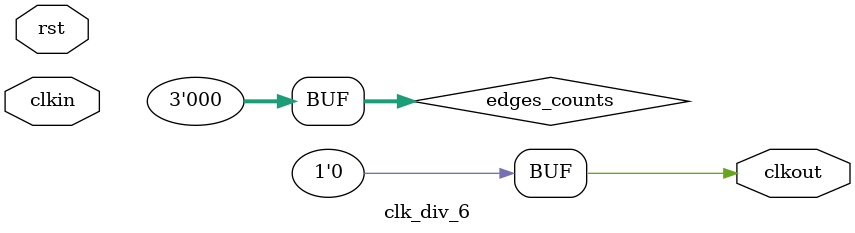
<source format=v>
module clk_div_6 (rst , clkin , clkout);

input clkin,rst;
output reg clkout;

reg[2:0] edges_counts ;

always @(rst)
begin
    clkout = 0;
    edges_counts = 0;
end
always @(clkin)
    if(~rst)
    edges_counts <= edges_counts+1;

always @(*)
    begin
        if(edges_counts == 3'b110)
        begin
        clkout = ~clkout;
        edges_counts = 0;
        end
    end




endmodule
</source>
